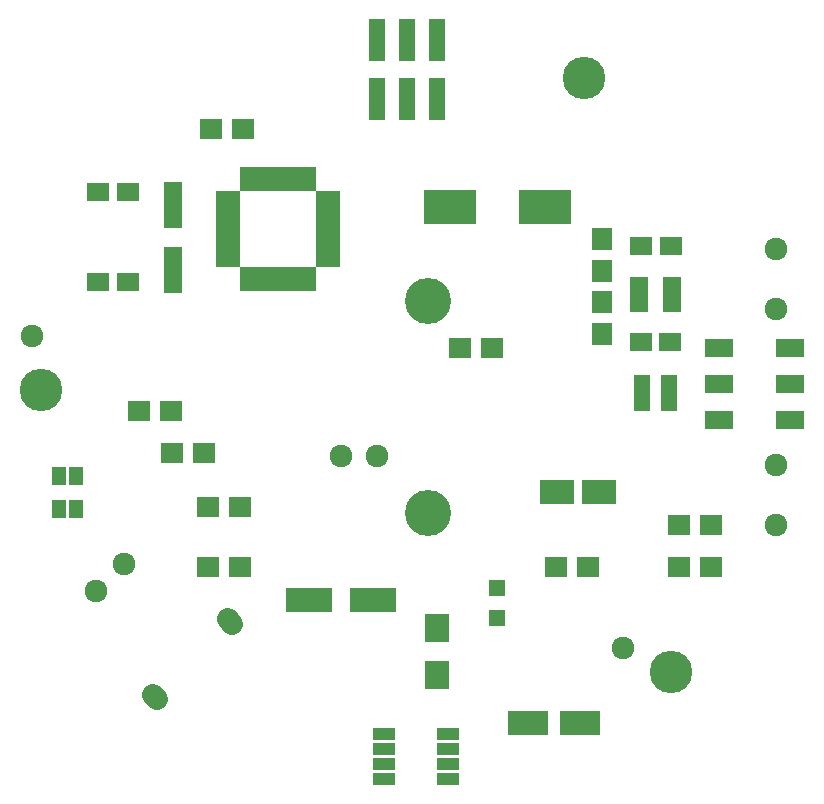
<source format=gbr>
G04 #@! TF.FileFunction,Soldermask,Top*
%FSLAX46Y46*%
G04 Gerber Fmt 4.6, Leading zero omitted, Abs format (unit mm)*
G04 Created by KiCad (PCBNEW 4.0.7) date 07/04/18 14:48:19*
%MOMM*%
%LPD*%
G01*
G04 APERTURE LIST*
%ADD10C,0.100000*%
%ADD11C,1.924000*%
%ADD12C,1.900000*%
%ADD13R,2.000000X0.950000*%
%ADD14R,0.950000X2.000000*%
%ADD15R,1.900000X1.650000*%
%ADD16R,3.400000X2.000000*%
%ADD17R,2.000000X2.400000*%
%ADD18R,3.000000X2.000000*%
%ADD19R,3.900000X2.000000*%
%ADD20R,1.900000X1.700000*%
%ADD21R,1.400000X3.150000*%
%ADD22R,1.700000X1.900000*%
%ADD23R,2.400000X1.500000*%
%ADD24R,4.400000X2.900000*%
%ADD25R,1.500000X1.000000*%
%ADD26R,1.600000X3.900000*%
%ADD27R,1.400000X1.400000*%
%ADD28R,1.950000X1.000000*%
%ADD29C,3.600000*%
%ADD30R,1.400000X3.550000*%
%ADD31R,1.300000X1.600000*%
%ADD32C,3.900000*%
G04 APERTURE END LIST*
D10*
D11*
X125635501Y-113232377D03*
X123300634Y-115567244D03*
D12*
X128432816Y-124650738D02*
X128079262Y-124297184D01*
X134796777Y-118286777D02*
X134443223Y-117933223D01*
D13*
X134434000Y-82106000D03*
X134434000Y-82906000D03*
X134434000Y-83706000D03*
X134434000Y-84506000D03*
X134434000Y-85306000D03*
X134434000Y-86106000D03*
X134434000Y-86906000D03*
X134434000Y-87706000D03*
D14*
X135884000Y-89156000D03*
X136684000Y-89156000D03*
X137484000Y-89156000D03*
X138284000Y-89156000D03*
X139084000Y-89156000D03*
X139884000Y-89156000D03*
X140684000Y-89156000D03*
X141484000Y-89156000D03*
D13*
X142934000Y-87706000D03*
X142934000Y-86906000D03*
X142934000Y-86106000D03*
X142934000Y-85306000D03*
X142934000Y-84506000D03*
X142934000Y-83706000D03*
X142934000Y-82906000D03*
X142934000Y-82106000D03*
D14*
X141484000Y-80656000D03*
X140684000Y-80656000D03*
X139884000Y-80656000D03*
X139084000Y-80656000D03*
X138284000Y-80656000D03*
X137484000Y-80656000D03*
X136684000Y-80656000D03*
X135884000Y-80656000D03*
D15*
X169418000Y-94488000D03*
X171918000Y-94488000D03*
X169438000Y-86360000D03*
X171938000Y-86360000D03*
D16*
X164252000Y-126746000D03*
X159852000Y-126746000D03*
D15*
X125984000Y-81788000D03*
X123484000Y-81788000D03*
X125984000Y-89408000D03*
X123484000Y-89408000D03*
D17*
X152146000Y-122650000D03*
X152146000Y-118650000D03*
D18*
X162284000Y-107188000D03*
X165884000Y-107188000D03*
D19*
X141318000Y-116332000D03*
X146718000Y-116332000D03*
D20*
X172640000Y-113538000D03*
X175340000Y-113538000D03*
D21*
X171838000Y-98806000D03*
X169538000Y-98806000D03*
D11*
X167894000Y-120396000D03*
X117856000Y-93980000D03*
D22*
X166116000Y-85772000D03*
X166116000Y-88472000D03*
X166116000Y-91106000D03*
X166116000Y-93806000D03*
D20*
X133016000Y-76454000D03*
X135716000Y-76454000D03*
X132762000Y-113538000D03*
X135462000Y-113538000D03*
X175340000Y-109982000D03*
X172640000Y-109982000D03*
X129714000Y-103886000D03*
X132414000Y-103886000D03*
X132762000Y-108458000D03*
X135462000Y-108458000D03*
X126920000Y-100330000D03*
X129620000Y-100330000D03*
X154098000Y-94996000D03*
X156798000Y-94996000D03*
X164926000Y-113538000D03*
X162226000Y-113538000D03*
D23*
X176070000Y-94994000D03*
X176070000Y-98044000D03*
X176070000Y-101094000D03*
X182070000Y-98044000D03*
X182070000Y-94994000D03*
X182070000Y-101094000D03*
D24*
X161290000Y-83058000D03*
X153290000Y-83058000D03*
D25*
X169288000Y-91374000D03*
X172088000Y-91374000D03*
X169288000Y-90424000D03*
X172088000Y-90424000D03*
X169288000Y-89474000D03*
X172088000Y-89474000D03*
D26*
X129794000Y-82848000D03*
X129794000Y-88348000D03*
D27*
X157226000Y-115316000D03*
X157226000Y-117816000D03*
D28*
X147668000Y-127635000D03*
X147668000Y-128905000D03*
X147668000Y-130175000D03*
X147668000Y-131445000D03*
X153068000Y-131445000D03*
X153068000Y-130175000D03*
X153068000Y-128905000D03*
X153068000Y-127635000D03*
D11*
X180848000Y-104902000D03*
X180848000Y-109982000D03*
X180848000Y-91694000D03*
X180848000Y-86614000D03*
D29*
X118618000Y-98552000D03*
X164592000Y-72136000D03*
X171958000Y-122428000D03*
D30*
X147066000Y-73899000D03*
X147066000Y-68849000D03*
X149606000Y-73899000D03*
X149606000Y-68849000D03*
X152146000Y-73899000D03*
X152146000Y-68849000D03*
D31*
X120179000Y-108588000D03*
X120179000Y-105788000D03*
X121629000Y-108588000D03*
X121629000Y-105788000D03*
D32*
X151384000Y-90966000D03*
X151384000Y-108966000D03*
D11*
X144042000Y-104108000D03*
X147042000Y-104108000D03*
M02*

</source>
